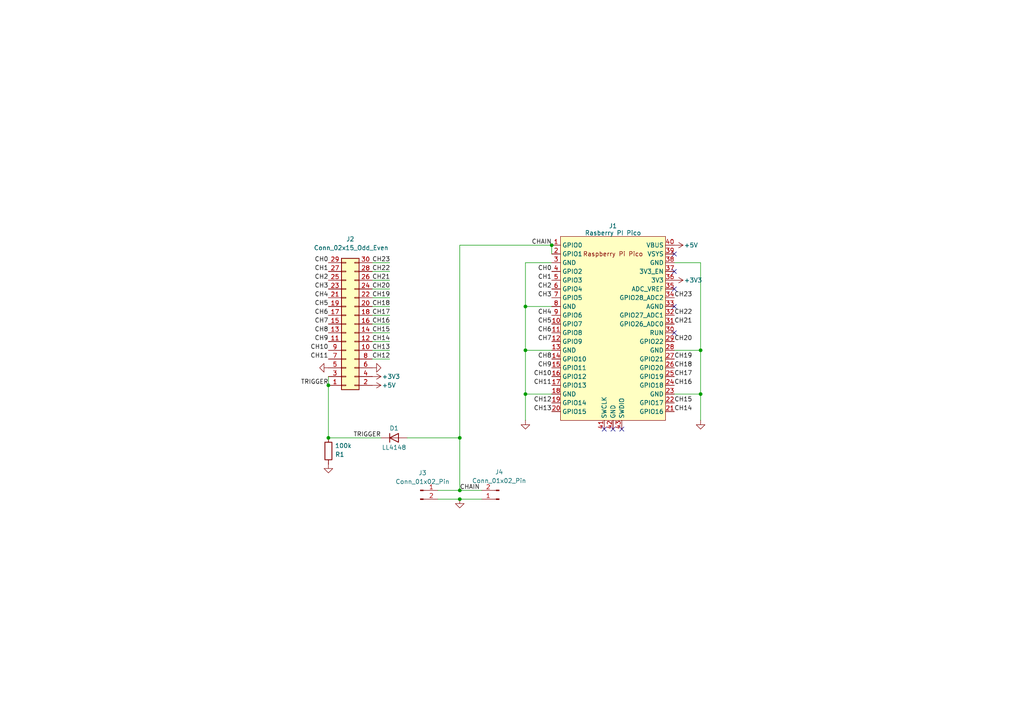
<source format=kicad_sch>
(kicad_sch (version 20231120) (generator "eeschema") (generator_version "8.0")
  (paper "A4")
  (title_block (title "peeko") (date "2024-09-16") (rev "001") (comment 1 "github.com/bkw777/peeko"))
  (lib_symbols
    (symbol "000_LOCAL:Conn_01x02_Pin" (pin_names (offset 1.016) hide)
      (property "Reference" "J" (at 0 2.54 0))
      (property "Value" "Conn_01x02_Pin" (at 0 -5.08 0))
      (symbol "Conn_01x02_Pin_1_1"
        (polyline (pts (xy 1.27 -2.54) (xy 0.8636 -2.54)) (stroke (width 0.1524)))
        (polyline (pts (xy 1.27 0) (xy 0.8636 0)) (stroke (width 0.1524)))
        (rectangle (start 0.8636 -2.413) (end 0 -2.667) (stroke (width 0.1524)) (fill (type outline)))
        (rectangle (start 0.8636 0.127) (end 0 -0.127) (stroke (width 0.1524)) (fill (type outline)))
        (pin passive line (at 5.08 0 180) (length 3.81) (name "Pin_1") (number "1"))
        (pin passive line (at 5.08 -2.54 180) (length 3.81) (name "Pin_2") (number "2"))
      )
    )
    (symbol "000_LOCAL:Conn_02x15_Odd_Even" (pin_names (offset 1.016) hide)
      (property "Reference" "J" (at 1.27 20.32 0))
      (property "Value" "Conn_02x15_Odd_Even" (at 1.27 -20.32 0))
      (symbol "Conn_02x15_Odd_Even_1_1"
        (rectangle (start -1.27 -17.653) (end 0 -17.907) (stroke (width 0.1524)))
        (rectangle (start -1.27 -15.113) (end 0 -15.367) (stroke (width 0.1524)))
        (rectangle (start -1.27 -12.573) (end 0 -12.827) (stroke (width 0.1524)))
        (rectangle (start -1.27 -10.033) (end 0 -10.287) (stroke (width 0.1524)))
        (rectangle (start -1.27 -7.493) (end 0 -7.747) (stroke (width 0.1524)))
        (rectangle (start -1.27 -4.953) (end 0 -5.207) (stroke (width 0.1524)))
        (rectangle (start -1.27 -2.413) (end 0 -2.667) (stroke (width 0.1524)))
        (rectangle (start -1.27 0.127) (end 0 -0.127) (stroke (width 0.1524)))
        (rectangle (start -1.27 2.667) (end 0 2.413) (stroke (width 0.1524)))
        (rectangle (start -1.27 5.207) (end 0 4.953) (stroke (width 0.1524)))
        (rectangle (start -1.27 7.747) (end 0 7.493) (stroke (width 0.1524)))
        (rectangle (start -1.27 10.287) (end 0 10.033) (stroke (width 0.1524)))
        (rectangle (start -1.27 12.827) (end 0 12.573) (stroke (width 0.1524)))
        (rectangle (start -1.27 15.367) (end 0 15.113) (stroke (width 0.1524)))
        (rectangle (start -1.27 17.907) (end 0 17.653) (stroke (width 0.1524)))
        (rectangle (start -1.27 19.05) (end 3.81 -19.05) (stroke (width 0.254)) (fill (type background)))
        (rectangle (start 3.81 -17.653) (end 2.54 -17.907) (stroke (width 0.1524)))
        (rectangle (start 3.81 -15.113) (end 2.54 -15.367) (stroke (width 0.1524)))
        (rectangle (start 3.81 -12.573) (end 2.54 -12.827) (stroke (width 0.1524)))
        (rectangle (start 3.81 -10.033) (end 2.54 -10.287) (stroke (width 0.1524)))
        (rectangle (start 3.81 -7.493) (end 2.54 -7.747) (stroke (width 0.1524)))
        (rectangle (start 3.81 -4.953) (end 2.54 -5.207) (stroke (width 0.1524)))
        (rectangle (start 3.81 -2.413) (end 2.54 -2.667) (stroke (width 0.1524)))
        (rectangle (start 3.81 0.127) (end 2.54 -0.127) (stroke (width 0.1524)))
        (rectangle (start 3.81 2.667) (end 2.54 2.413) (stroke (width 0.1524)))
        (rectangle (start 3.81 5.207) (end 2.54 4.953) (stroke (width 0.1524)))
        (rectangle (start 3.81 7.747) (end 2.54 7.493) (stroke (width 0.1524)))
        (rectangle (start 3.81 10.287) (end 2.54 10.033) (stroke (width 0.1524)))
        (rectangle (start 3.81 12.827) (end 2.54 12.573) (stroke (width 0.1524)))
        (rectangle (start 3.81 15.367) (end 2.54 15.113) (stroke (width 0.1524)))
        (rectangle (start 3.81 17.907) (end 2.54 17.653) (stroke (width 0.1524)))
        (pin passive line (at -5.08 17.78 0) (length 3.81) (name "Pin_1") (number "1"))
        (pin passive line (at 7.62 7.62 180) (length 3.81) (name "Pin_10") (number "10"))
        (pin passive line (at -5.08 5.08 0) (length 3.81) (name "Pin_11") (number "11"))
        (pin passive line (at 7.62 5.08 180) (length 3.81) (name "Pin_12") (number "12"))
        (pin passive line (at -5.08 2.54 0) (length 3.81) (name "Pin_13") (number "13"))
        (pin passive line (at 7.62 2.54 180) (length 3.81) (name "Pin_14") (number "14"))
        (pin passive line (at -5.08 0 0) (length 3.81) (name "Pin_15") (number "15"))
        (pin passive line (at 7.62 0 180) (length 3.81) (name "Pin_16") (number "16"))
        (pin passive line (at -5.08 -2.54 0) (length 3.81) (name "Pin_17") (number "17"))
        (pin passive line (at 7.62 -2.54 180) (length 3.81) (name "Pin_18") (number "18"))
        (pin passive line (at -5.08 -5.08 0) (length 3.81) (name "Pin_19") (number "19"))
        (pin passive line (at 7.62 17.78 180) (length 3.81) (name "Pin_2") (number "2"))
        (pin passive line (at 7.62 -5.08 180) (length 3.81) (name "Pin_20") (number "20"))
        (pin passive line (at -5.08 -7.62 0) (length 3.81) (name "Pin_21") (number "21"))
        (pin passive line (at 7.62 -7.62 180) (length 3.81) (name "Pin_22") (number "22"))
        (pin passive line (at -5.08 -10.16 0) (length 3.81) (name "Pin_23") (number "23"))
        (pin passive line (at 7.62 -10.16 180) (length 3.81) (name "Pin_24") (number "24"))
        (pin passive line (at -5.08 -12.7 0) (length 3.81) (name "Pin_25") (number "25"))
        (pin passive line (at 7.62 -12.7 180) (length 3.81) (name "Pin_26") (number "26"))
        (pin passive line (at -5.08 -15.24 0) (length 3.81) (name "Pin_27") (number "27"))
        (pin passive line (at 7.62 -15.24 180) (length 3.81) (name "Pin_28") (number "28"))
        (pin passive line (at -5.08 -17.78 0) (length 3.81) (name "Pin_29") (number "29"))
        (pin passive line (at -5.08 15.24 0) (length 3.81) (name "Pin_3") (number "3"))
        (pin passive line (at 7.62 -17.78 180) (length 3.81) (name "Pin_30") (number "30"))
        (pin passive line (at 7.62 15.24 180) (length 3.81) (name "Pin_4") (number "4"))
        (pin passive line (at -5.08 12.7 0) (length 3.81) (name "Pin_5") (number "5"))
        (pin passive line (at 7.62 12.7 180) (length 3.81) (name "Pin_6") (number "6"))
        (pin passive line (at -5.08 10.16 0) (length 3.81) (name "Pin_7") (number "7"))
        (pin passive line (at 7.62 10.16 180) (length 3.81) (name "Pin_8") (number "8"))
        (pin passive line (at -5.08 7.62 0) (length 3.81) (name "Pin_9") (number "9"))
      )
    )
    (symbol "Device:R" (pin_numbers hide) (pin_names (offset 0))
      (property "Reference" "R" (at 2.032 0 90))
      (property "Value" "R" (at 0 0 90))
      (symbol "R_0_1"
        (rectangle (start -1.016 -2.54) (end 1.016 2.54) (stroke (width 0.254)))
      )
      (symbol "R_1_1"
        (pin passive line (at 0 3.81 270) (length 1.27) (name "~") (number "1"))
        (pin passive line (at 0 -3.81 90) (length 1.27) (name "~") (number "2"))
      )
    )
    (symbol "Diode:LL4148" (pin_numbers hide) (pin_names (offset 1.016) hide)
      (property "Reference" "D" (at 0 2.54 0))
      (property "Value" "LL4148" (at 0 -2.54 0))
      (symbol "LL4148_0_1"
        (polyline (pts (xy -1.27 1.27) (xy -1.27 -1.27)) (stroke (width 0.254)))
        (polyline (pts (xy 1.27 0) (xy -1.27 0)))
        (polyline (pts (xy 1.27 1.27) (xy 1.27 -1.27) (xy -1.27 0) (xy 1.27 1.27)) (stroke (width 0.254)))
      )
      (symbol "LL4148_1_1"
        (pin passive line (at -3.81 0 0) (length 2.54) (name "K") (number "1"))
        (pin passive line (at 3.81 0 180) (length 2.54) (name "A") (number "2"))
      )
    )
    (symbol "MCU_RaspberryPi_and_Boards:Pico"
      (property "Reference" "U" (at -13.97 27.94 0))
      (property "Value" "Pico" (at 0 19.05 0))
      (symbol "Pico_0_0"
        (text "Raspberry Pi Pico" (at 0 21.59 0) (effects (font (size 1.27 1.27))))
      )
      (symbol "Pico_0_1"
        (rectangle (start -15.24 26.67) (end 15.24 -26.67) (fill (type background)))
      )
      (symbol "Pico_1_1"
        (pin bidirectional line (at -17.78 24.13 0) (length 2.54) (name "GPIO0") (number "1"))
        (pin bidirectional line (at -17.78 1.27 0) (length 2.54) (name "GPIO7") (number "10"))
        (pin bidirectional line (at -17.78 -1.27 0) (length 2.54) (name "GPIO8") (number "11"))
        (pin bidirectional line (at -17.78 -3.81 0) (length 2.54) (name "GPIO9") (number "12"))
        (pin power_in line (at -17.78 -6.35 0) (length 2.54) (name "GND") (number "13"))
        (pin bidirectional line (at -17.78 -8.89 0) (length 2.54) (name "GPIO10") (number "14"))
        (pin bidirectional line (at -17.78 -11.43 0) (length 2.54) (name "GPIO11") (number "15"))
        (pin bidirectional line (at -17.78 -13.97 0) (length 2.54) (name "GPIO12") (number "16"))
        (pin bidirectional line (at -17.78 -16.51 0) (length 2.54) (name "GPIO13") (number "17"))
        (pin power_in line (at -17.78 -19.05 0) (length 2.54) (name "GND") (number "18"))
        (pin bidirectional line (at -17.78 -21.59 0) (length 2.54) (name "GPIO14") (number "19"))
        (pin bidirectional line (at -17.78 21.59 0) (length 2.54) (name "GPIO1") (number "2"))
        (pin bidirectional line (at -17.78 -24.13 0) (length 2.54) (name "GPIO15") (number "20"))
        (pin bidirectional line (at 17.78 -24.13 180) (length 2.54) (name "GPIO16") (number "21"))
        (pin bidirectional line (at 17.78 -21.59 180) (length 2.54) (name "GPIO17") (number "22"))
        (pin power_in line (at 17.78 -19.05 180) (length 2.54) (name "GND") (number "23"))
        (pin bidirectional line (at 17.78 -16.51 180) (length 2.54) (name "GPIO18") (number "24"))
        (pin bidirectional line (at 17.78 -13.97 180) (length 2.54) (name "GPIO19") (number "25"))
        (pin bidirectional line (at 17.78 -11.43 180) (length 2.54) (name "GPIO20") (number "26"))
        (pin bidirectional line (at 17.78 -8.89 180) (length 2.54) (name "GPIO21") (number "27"))
        (pin power_in line (at 17.78 -6.35 180) (length 2.54) (name "GND") (number "28"))
        (pin bidirectional line (at 17.78 -3.81 180) (length 2.54) (name "GPIO22") (number "29"))
        (pin power_in line (at -17.78 19.05 0) (length 2.54) (name "GND") (number "3"))
        (pin input line (at 17.78 -1.27 180) (length 2.54) (name "RUN") (number "30"))
        (pin bidirectional line (at 17.78 1.27 180) (length 2.54) (name "GPIO26_ADC0") (number "31"))
        (pin bidirectional line (at 17.78 3.81 180) (length 2.54) (name "GPIO27_ADC1") (number "32"))
        (pin power_in line (at 17.78 6.35 180) (length 2.54) (name "AGND") (number "33"))
        (pin bidirectional line (at 17.78 8.89 180) (length 2.54) (name "GPIO28_ADC2") (number "34"))
        (pin power_in line (at 17.78 11.43 180) (length 2.54) (name "ADC_VREF") (number "35"))
        (pin power_in line (at 17.78 13.97 180) (length 2.54) (name "3V3") (number "36"))
        (pin input line (at 17.78 16.51 180) (length 2.54) (name "3V3_EN") (number "37"))
        (pin bidirectional line (at 17.78 19.05 180) (length 2.54) (name "GND") (number "38"))
        (pin power_in line (at 17.78 21.59 180) (length 2.54) (name "VSYS") (number "39"))
        (pin bidirectional line (at -17.78 16.51 0) (length 2.54) (name "GPIO2") (number "4"))
        (pin power_in line (at 17.78 24.13 180) (length 2.54) (name "VBUS") (number "40"))
        (pin input line (at -2.54 -29.21 90) (length 2.54) (name "SWCLK") (number "41"))
        (pin power_in line (at 0 -29.21 90) (length 2.54) (name "GND") (number "42"))
        (pin bidirectional line (at 2.54 -29.21 90) (length 2.54) (name "SWDIO") (number "43"))
        (pin bidirectional line (at -17.78 13.97 0) (length 2.54) (name "GPIO3") (number "5"))
        (pin bidirectional line (at -17.78 11.43 0) (length 2.54) (name "GPIO4") (number "6"))
        (pin bidirectional line (at -17.78 8.89 0) (length 2.54) (name "GPIO5") (number "7"))
        (pin power_in line (at -17.78 6.35 0) (length 2.54) (name "GND") (number "8"))
        (pin bidirectional line (at -17.78 3.81 0) (length 2.54) (name "GPIO6") (number "9"))
      )
    )
    (symbol "power:+3V3" (power) (pin_numbers hide) (pin_names (offset 0) hide)
      (property "Value" "+3V3" (at 0 3.556 0))
      (symbol "+3V3_0_1"
        (polyline (pts (xy -0.762 1.27) (xy 0 2.54)))
        (polyline (pts (xy 0 0) (xy 0 2.54)))
        (polyline (pts (xy 0 2.54) (xy 0.762 1.27)))
      )
      (symbol "+3V3_1_1"
        (pin power_in line (at 0 0 90) (length 0) (name "~") (number "1"))
      )
    )
    (symbol "power:+5V" (power) (pin_numbers hide) (pin_names (offset 0) hide)
      (property "Value" "+5V" (at 0 3.556 0))
      (symbol "+5V_0_1"
        (polyline (pts (xy -0.762 1.27) (xy 0 2.54)))
        (polyline (pts (xy 0 0) (xy 0 2.54)))
        (polyline (pts (xy 0 2.54) (xy 0.762 1.27)))
      )
      (symbol "+5V_1_1"
        (pin power_in line (at 0 0 90) (length 0) (name "~") (number "1"))
      )
    )
    (symbol "power:GND" (power) (pin_numbers hide) (pin_names (offset 0) hide)
      (property "Value" "GND" (at 0 -3.81 0))
      (symbol "GND_0_1"
        (polyline (pts (xy 0 0) (xy 0 -1.27) (xy 1.27 -1.27) (xy 0 -2.54) (xy -1.27 -1.27) (xy 0 -1.27)))
      )
      (symbol "GND_1_1"
        (pin power_in line (at 0 0 270) (length 0) (name "~") (number "1"))
      )
    )
  )
  (junction (at 133.35 127))
  (junction (at 95.25 127))
  (junction (at 133.35 142.24))
  (junction (at 152.4 101.6))
  (junction (at 160.02 71.12))
  (junction (at 203.2 114.3))
  (junction (at 152.4 114.3))
  (junction (at 152.4 88.9))
  (junction (at 203.2 101.6))
  (junction (at 133.35 144.78))
  (junction (at 95.25 111.76))
  (no_connect (at 195.58 96.52))
  (no_connect (at 195.58 73.66))
  (no_connect (at 195.58 78.74))
  (no_connect (at 195.58 83.82))
  (no_connect (at 195.58 88.9))
  (no_connect (at 180.34 124.46))
  (no_connect (at 177.8 124.46))
  (no_connect (at 175.26 124.46))
  (wire (pts (xy 107.95 88.9) (xy 113.03 88.9)))
  (wire (pts (xy 152.4 76.2) (xy 152.4 88.9)))
  (wire (pts (xy 95.25 109.22) (xy 95.25 111.76)))
  (wire (pts (xy 95.25 111.76) (xy 95.25 127)))
  (wire (pts (xy 127 142.24) (xy 133.35 142.24)))
  (wire (pts (xy 133.35 142.24) (xy 139.7 142.24)))
  (wire (pts (xy 152.4 88.9) (xy 160.02 88.9)))
  (wire (pts (xy 152.4 101.6) (xy 152.4 114.3)))
  (wire (pts (xy 95.25 127) (xy 110.49 127)))
  (wire (pts (xy 160.02 71.12) (xy 160.02 73.66)))
  (wire (pts (xy 107.95 81.28) (xy 113.03 81.28)))
  (wire (pts (xy 152.4 101.6) (xy 160.02 101.6)))
  (wire (pts (xy 107.95 86.36) (xy 113.03 86.36)))
  (wire (pts (xy 195.58 76.2) (xy 203.2 76.2)))
  (wire (pts (xy 107.95 76.2) (xy 113.03 76.2)))
  (wire (pts (xy 133.35 127) (xy 133.35 142.24)))
  (wire (pts (xy 152.4 121.92) (xy 152.4 114.3)))
  (wire (pts (xy 203.2 76.2) (xy 203.2 101.6)))
  (wire (pts (xy 107.95 99.06) (xy 113.03 99.06)))
  (wire (pts (xy 203.2 101.6) (xy 203.2 114.3)))
  (wire (pts (xy 107.95 93.98) (xy 113.03 93.98)))
  (wire (pts (xy 107.95 101.6) (xy 113.03 101.6)))
  (wire (pts (xy 133.35 144.78) (xy 139.7 144.78)))
  (wire (pts (xy 152.4 76.2) (xy 160.02 76.2)))
  (wire (pts (xy 152.4 88.9) (xy 152.4 101.6)))
  (wire (pts (xy 195.58 101.6) (xy 203.2 101.6)))
  (wire (pts (xy 107.95 96.52) (xy 113.03 96.52)))
  (wire (pts (xy 118.11 127) (xy 133.35 127)))
  (wire (pts (xy 195.58 114.3) (xy 203.2 114.3)))
  (wire (pts (xy 107.95 91.44) (xy 113.03 91.44)))
  (wire (pts (xy 127 144.78) (xy 133.35 144.78)))
  (wire (pts (xy 203.2 121.92) (xy 203.2 114.3)))
  (wire (pts (xy 107.95 78.74) (xy 113.03 78.74)))
  (wire (pts (xy 133.35 71.12) (xy 160.02 71.12)))
  (wire (pts (xy 133.35 71.12) (xy 133.35 127)))
  (wire (pts (xy 152.4 114.3) (xy 160.02 114.3)))
  (wire (pts (xy 107.95 83.82) (xy 113.03 83.82)))
  (wire (pts (xy 107.95 104.14) (xy 113.03 104.14)))
  (label "CH6" (at 95.25 91.44 180))
  (label "CH8" (at 160.02 104.14 180))
  (label "CH19" (at 195.58 104.14 0))
  (label "CH7" (at 95.25 93.98 180))
  (label "CH17" (at 107.95 91.44 0))
  (label "CH20" (at 107.95 83.82 0))
  (label "CH2" (at 95.25 81.28 180))
  (label "CH18" (at 195.58 106.68 0))
  (label "CH7" (at 160.02 99.06 180))
  (label "TRIGGER" (at 110.49 127 180))
  (label "CH4" (at 95.25 86.36 180))
  (label "CH6" (at 160.02 96.52 180))
  (label "CH3" (at 95.25 83.82 180))
  (label "CH9" (at 160.02 106.68 180))
  (label "CHAIN" (at 160.02 71.12 180))
  (label "CH18" (at 107.95 88.9 0))
  (label "CH23" (at 107.95 76.2 0))
  (label "CH14" (at 107.95 99.06 0))
  (label "CH11" (at 95.25 104.14 180))
  (label "CH14" (at 195.58 119.38 0))
  (label "CHAIN" (at 133.35 142.24 0))
  (label "CH3" (at 160.02 86.36 180))
  (label "CH16" (at 195.58 111.76 0))
  (label "CH16" (at 107.95 93.98 0))
  (label "CH1" (at 160.02 81.28 180))
  (label "CH22" (at 107.95 78.74 0))
  (label "CH15" (at 195.58 116.84 0))
  (label "TRIGGER" (at 95.25 111.76 180))
  (label "CH12" (at 107.95 104.14 0))
  (label "CH19" (at 107.95 86.36 0))
  (label "CH11" (at 160.02 111.76 180))
  (label "CH9" (at 95.25 99.06 180))
  (label "CH8" (at 95.25 96.52 180))
  (label "CH4" (at 160.02 91.44 180))
  (label "CH21" (at 107.95 81.28 0))
  (label "CH0" (at 95.25 76.2 180))
  (label "CH5" (at 95.25 88.9 180))
  (label "CH22" (at 195.58 91.44 0))
  (label "CH21" (at 195.58 93.98 0))
  (label "CH0" (at 160.02 78.74 180))
  (label "CH12" (at 160.02 116.84 180))
  (label "CH10" (at 95.25 101.6 180))
  (label "CH13" (at 107.95 101.6 0))
  (label "CH2" (at 160.02 83.82 180))
  (label "CH1" (at 95.25 78.74 180))
  (label "CH10" (at 160.02 109.22 180))
  (label "CH13" (at 160.02 119.38 180))
  (label "CH20" (at 195.58 99.06 0))
  (label "CH15" (at 107.95 96.52 0))
  (label "CH5" (at 160.02 93.98 180))
  (label "CH17" (at 195.58 109.22 0))
  (label "CH23" (at 195.58 86.36 0))
  (symbol (lib_id "power:+5V") (at 107.95 111.76 270) (unit 1)
    (property "Reference" "#PWR05" (effects (hide yes)))
    (property "Value" "+5V" (at 110.744 111.76 90) (effects (justify left)))
    (property "Description" "Power symbol creates a global label with name \"+5V\"" (effects (hide yes)))
  )
  (symbol (lib_id "MCU_RaspberryPi_and_Boards:Pico") (at 177.8 95.25 0) (unit 1)
    (property "Reference" "J1" (at 177.8 65.532 0))
    (property "Value" "Rasberry PI Pico" (at 177.8 67.564 0))
    (property "Footprint" "000_LOCAL:DIP_40_700" (effects (hide yes)))
  )
  (symbol (lib_id "power:GND") (at 203.2 121.92 0) (unit 1)
    (property "Reference" "#PWR011" (effects (hide yes)))
    (property "Value" "GND" (effects (hide yes)))
    (property "Description" "Power symbol creates a global label with name \"GND\" , ground" (effects (hide yes)))
  )
  (symbol (lib_id "power:+3V3") (at 107.95 109.22 270) (unit 1)
    (property "Reference" "#PWR06" (effects (hide yes)))
    (property "Value" "+3V3" (at 110.744 109.22 90) (effects (justify left)))
    (property "Description" "Power symbol creates a global label with name \"+3V3\"" (effects (hide yes)))
  )
  (symbol (lib_id "power:+5V") (at 195.58 71.12 270) (unit 1)
    (property "Reference" "#PWR014" (effects (hide yes)))
    (property "Value" "+5V" (at 198.374 71.12 90) (effects (justify left)))
    (property "Description" "Power symbol creates a global label with name \"+5V\"" (effects (hide yes)))
  )
  (symbol (lib_id "Diode:LL4148") (at 114.3 127 0) (unit 1)
    (property "Reference" "D1" (at 114.3 124.206 0))
    (property "Value" "LL4148" (at 114.3 129.794 0))
    (property "Footprint" "000_LOCAL:D_MiniMELF" (effects (hide yes)))
    (property "Datasheet" "datasheets/ll4148.pdf" (effects (hide yes)))
  )
  (symbol (lib_id "power:GND") (at 95.25 106.68 270) (unit 1)
    (property "Reference" "#PWR02" (effects (hide yes)))
    (property "Value" "GND" (effects (hide yes)))
    (property "Description" "Power symbol creates a global label with name \"GND\" , ground" (effects (hide yes)))
  )
  (symbol (lib_id "000_LOCAL:Conn_01x02_Pin") (at 121.92 142.24 0) (unit 1)
    (property "Reference" "J3" (at 122.555 137.16 0))
    (property "Value" "Conn_01x02_Pin" (at 122.555 139.7 0))
    (property "Footprint" "000_LOCAL:PinHeader_1x02_P2.54mm_Horizontal" (effects (hide yes)))
    (property "Description" "Generic connector, single row, 01x02, script generated" (effects (hide yes)))
  )
  (symbol (lib_id "power:GND") (at 95.25 134.62 0) (unit 1)
    (property "Reference" "#PWR01" (effects (hide yes)))
    (property "Value" "GND" (effects (hide yes)))
    (property "Description" "Power symbol creates a global label with name \"GND\" , ground" (effects (hide yes)))
  )
  (symbol (lib_id "power:+3V3") (at 195.58 81.28 270) (unit 1)
    (property "Reference" "#PWR013" (effects (hide yes)))
    (property "Value" "+3V3" (at 198.374 81.28 90) (effects (justify left)))
    (property "Description" "Power symbol creates a global label with name \"+3V3\"" (effects (hide yes)))
  )
  (symbol (lib_id "power:GND") (at 107.95 106.68 90) (unit 1)
    (property "Reference" "#PWR04" (effects (hide yes)))
    (property "Value" "GND" (effects (hide yes)))
    (property "Description" "Power symbol creates a global label with name \"GND\" , ground" (effects (hide yes)))
  )
  (symbol (lib_id "000_LOCAL:Conn_01x02_Pin") (at 144.78 144.78 180) (unit 1)
    (property "Reference" "J4" (at 144.78 136.906 0))
    (property "Value" "Conn_01x02_Pin" (at 144.78 139.446 0))
    (property "Footprint" "000_LOCAL:PinHeader_1x02_P2.54mm_Horizontal" (effects (hide yes)))
    (property "Description" "Generic connector, single row, 01x02, script generated" (effects (hide yes)))
  )
  (symbol (lib_id "000_LOCAL:Conn_02x15_Odd_Even") (at 100.33 93.98 0) (mirror x) (unit 1)
    (property "Reference" "J2" (at 101.6 69.342 0))
    (property "Value" "Conn_02x15_Odd_Even" (at 101.854 71.882 0))
    (property "Footprint" "Connector_IDC:IDC-Header_2x15_P2.54mm_Horizontal" (effects (hide yes)))
    (property "Description" "Generic connector, double row, 02x15, odd/even pin numbering scheme (row 1 odd numbers, row 2 even numbers), script generated (kicad-library-utils/schlib/autogen/connector/)" (effects (hide yes)))
  )
  (symbol (lib_id "Device:R") (at 95.25 130.81 0) (unit 1)
    (property "Reference" "R1" (at 98.552 131.826 0))
    (property "Value" "100k" (at 99.568 129.286 0))
    (property "Footprint" "000_LOCAL:R_0805" (effects (hide yes)))
  )
  (symbol (lib_id "power:GND") (at 133.35 144.78 0) (mirror y) (unit 1)
    (property "Reference" "#PWR03" (effects (hide yes)))
    (property "Value" "GND" (effects (hide yes)))
    (property "Description" "Power symbol creates a global label with name \"GND\" , ground" (effects (hide yes)))
  )
  (symbol (lib_id "power:GND") (at 152.4 121.92 0) (unit 1)
    (property "Reference" "#PWR07" (effects (hide yes)))
    (property "Value" "GND" (effects (hide yes)))
    (property "Description" "Power symbol creates a global label with name \"GND\" , ground" (effects (hide yes)))
  )
)
</source>
